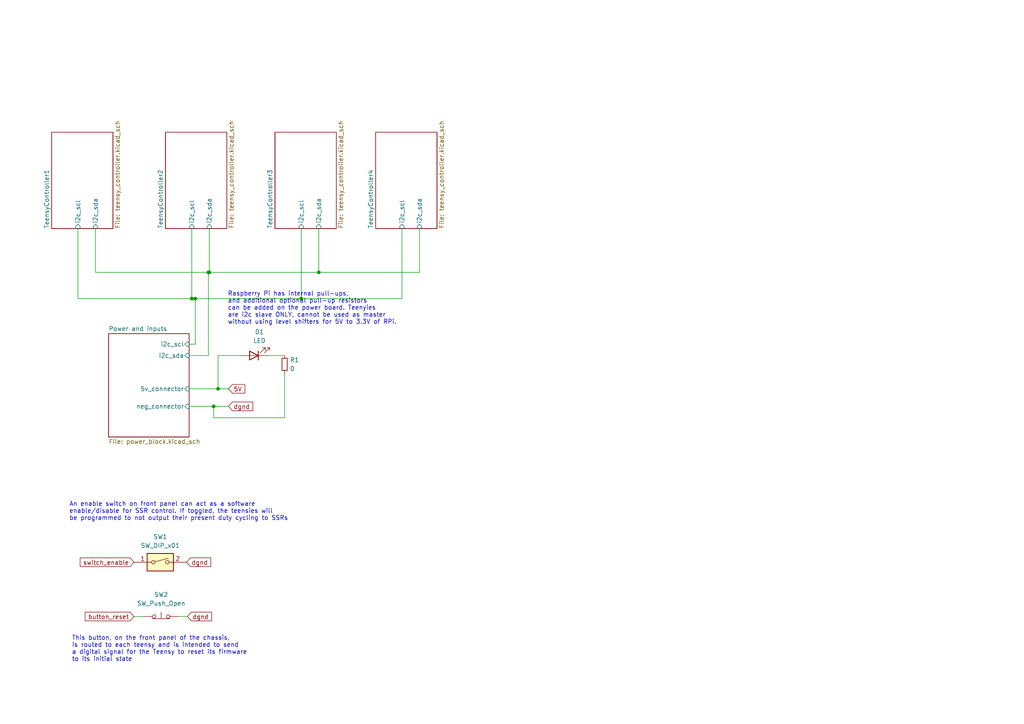
<source format=kicad_sch>
(kicad_sch (version 20211123) (generator eeschema)
  (paper "A4")
  (lib_symbols
    (symbol "Device:LED" (pin_numbers hide) (pin_names (offset 1.016) hide)
      (property "Reference" "D" (at 0 2.54 0))
      (property "Value" "LED" (at 0 -2.54 0))
      (symbol "LED_0_1"
        (polyline (pts (xy -1.27 -1.27) (xy -1.27 1.27)) (stroke (width 0.254)))
        (polyline (pts (xy -1.27 0) (xy 1.27 0)))
        (polyline (pts (xy 1.27 -1.27) (xy 1.27 1.27) (xy -1.27 0) (xy 1.27 -1.27)) (stroke (width 0.254)))
        (polyline (pts (xy -3.048 -0.762) (xy -4.572 -2.286) (xy -3.81 -2.286) (xy -4.572 -2.286) (xy -4.572 -1.524)))
        (polyline (pts (xy -1.778 -0.762) (xy -3.302 -2.286) (xy -2.54 -2.286) (xy -3.302 -2.286) (xy -3.302 -1.524)))
      )
      (symbol "LED_1_1"
        (pin passive line (at -3.81 0 0) (length 2.54) (name "K") (number "1"))
        (pin passive line (at 3.81 0 180) (length 2.54) (name "A") (number "2"))
      )
    )
    (symbol "Device:R_Small" (pin_numbers hide) (pin_names (offset 0.254) hide)
      (property "Reference" "R" (at 0.762 0.508 0))
      (property "Value" "R_Small" (at 0.762 -1.016 0))
      (symbol "R_Small_0_1"
        (rectangle (start -0.762 1.778) (end 0.762 -1.778) (stroke (width 0.2032)))
      )
      (symbol "R_Small_1_1"
        (pin passive line (at 0 2.54 270) (length 0.762) (name "~") (number "1"))
        (pin passive line (at 0 -2.54 90) (length 0.762) (name "~") (number "2"))
      )
    )
    (symbol "Switch:SW_DIP_x01" (pin_names (offset 0) hide)
      (property "Reference" "SW" (at 0 3.81 0))
      (property "Value" "SW_DIP_x01" (at 0 -3.81 0))
      (symbol "SW_DIP_x01_0_0"
        (circle (center -2.032 0) (radius 0.508))
        (polyline (pts (xy -1.524 0.127) (xy 2.3622 1.1684)))
        (circle (center 2.032 0) (radius 0.508))
      )
      (symbol "SW_DIP_x01_0_1"
        (rectangle (start -3.81 2.54) (end 3.81 -2.54) (stroke (width 0.254)) (fill (type background)))
      )
      (symbol "SW_DIP_x01_1_1"
        (pin passive line (at -7.62 0 0) (length 5.08) (name "~") (number "1"))
        (pin passive line (at 7.62 0 180) (length 5.08) (name "~") (number "2"))
      )
    )
    (symbol "Switch:SW_Push_Open" (pin_numbers hide) (pin_names (offset 1.016) hide)
      (property "Reference" "SW" (at 0 2.54 0))
      (property "Value" "SW_Push_Open" (at 0 -1.905 0))
      (symbol "SW_Push_Open_0_1"
        (circle (center -2.032 0) (radius 0.508))
        (polyline (pts (xy -2.54 -0.635) (xy 2.54 -0.635)))
        (polyline (pts (xy 0 -0.635) (xy 0 1.27)))
        (circle (center 2.032 0) (radius 0.508))
        (pin passive line (at -5.08 0 0) (length 2.54) (name "A") (number "1"))
      )
      (symbol "SW_Push_Open_1_1"
        (pin passive line (at 5.08 0 180) (length 2.54) (name "B") (number "2"))
      )
    )
  )
  (junction (at 61.976 117.856))
  (junction (at 63.246 112.776))
  (junction (at 60.706 78.994))
  (junction (at 60.452 78.994))
  (junction (at 87.376 86.614))
  (junction (at 55.626 86.614))
  (junction (at 56.642 86.614))
  (junction (at 92.456 78.994))
  (wire (pts (xy 92.456 78.994) (xy 92.456 66.294)))
  (wire (pts (xy 87.376 86.614) (xy 116.586 86.614)))
  (wire (pts (xy 56.642 86.614) (xy 56.642 99.822)))
  (wire (pts (xy 116.586 86.614) (xy 116.586 66.294)))
  (wire (pts (xy 54.864 117.856) (xy 61.976 117.856)))
  (wire (pts (xy 77.47 103.124) (xy 82.55 103.124)))
  (wire (pts (xy 54.864 112.776) (xy 63.246 112.776)))
  (wire (pts (xy 60.706 78.994) (xy 92.456 78.994)))
  (wire (pts (xy 38.862 178.816) (xy 41.656 178.816)))
  (wire (pts (xy 87.376 86.614) (xy 87.376 66.294)))
  (wire (pts (xy 82.55 108.204) (xy 82.55 121.158)))
  (wire (pts (xy 27.686 78.994) (xy 60.452 78.994)))
  (wire (pts (xy 61.976 117.856) (xy 66.294 117.856)))
  (wire (pts (xy 56.642 86.614) (xy 87.376 86.614)))
  (wire (pts (xy 54.864 99.822) (xy 56.642 99.822)))
  (wire (pts (xy 60.706 78.994) (xy 60.706 66.294)))
  (wire (pts (xy 55.626 86.614) (xy 55.626 66.294)))
  (wire (pts (xy 27.686 66.294) (xy 27.686 78.994)))
  (wire (pts (xy 51.816 178.816) (xy 54.356 178.816)))
  (wire (pts (xy 61.976 117.856) (xy 61.976 121.158)))
  (wire (pts (xy 63.246 112.776) (xy 63.246 103.124)))
  (wire (pts (xy 55.626 86.614) (xy 56.642 86.614)))
  (wire (pts (xy 22.606 86.614) (xy 55.626 86.614)))
  (wire (pts (xy 54.864 103.124) (xy 60.452 103.124)))
  (wire (pts (xy 92.456 78.994) (xy 121.666 78.994)))
  (wire (pts (xy 60.452 78.994) (xy 60.452 103.124)))
  (wire (pts (xy 60.452 78.994) (xy 60.706 78.994)))
  (wire (pts (xy 82.55 121.158) (xy 61.976 121.158)))
  (wire (pts (xy 121.666 78.994) (xy 121.666 66.294)))
  (wire (pts (xy 63.246 103.124) (xy 69.85 103.124)))
  (wire (pts (xy 22.606 66.294) (xy 22.606 86.614)))
  (wire (pts (xy 63.246 112.776) (xy 66.294 112.776)))
  (text "An enable switch on front panel can act as a software\nenable/disable for SSR control. If toggled, the teensies will\nbe programmed to not output their present duty cycling to SSRs" (at 20.066 151.13 0) (effects (font (size 1.27 1.27)) (justify left bottom)))
  (text "Raspberry Pi has internal pull-ups, \nand additional optional pull-up resistors \ncan be added on the power board. Teenyies\nare i2c slave ONLY, cannot be used as master\nwithout using level shifters for 5V to 3.3V of RPi." (at 66.04 94.234 0) (effects (font (size 1.27 1.27)) (justify left bottom)))
  (text "This button, on the front panel of the chassis, \nis routed to each teensy and is intended to send\na digital signal for the Teensy to reset its firmware\nto its initial state" (at 20.828 192.024 0) (effects (font (size 1.27 1.27)) (justify left bottom)))
  (global_label "switch_enable" (shape input) (at 38.862 163.068 180) (property "Intersheet References" "${INTERSHEET_REFS}" (effects hide)))
  (global_label "dgnd" (shape input) (at 54.102 163.068 0) (property "Intersheet References" "${INTERSHEET_REFS}" (effects hide)))
  (global_label "dgnd" (shape input) (at 66.294 117.856 0) (property "Intersheet References" "${INTERSHEET_REFS}" (effects hide)))
  (global_label "button_reset" (shape input) (at 38.862 178.816 180) (property "Intersheet References" "${INTERSHEET_REFS}" (effects hide)))
  (global_label "5V" (shape input) (at 66.294 112.776 0) (property "Intersheet References" "${INTERSHEET_REFS}" (effects hide)))
  (global_label "dgnd" (shape input) (at 54.356 178.816 0) (property "Intersheet References" "${INTERSHEET_REFS}" (effects hide)))
  (symbol (lib_id "Switch:SW_DIP_x01") (at 46.482 163.068 0) (unit 1)
    (property "Reference" "SW1" (at 46.482 155.702 0))
    (property "Value" "SW_DIP_x01" (at 46.482 158.242 0))
    (property "Footprint" "Connector_JST:JST_PH_S2B-PH-K_1x02_P2.00mm_Horizontal" (effects hide))
  )
  (symbol (lib_id "Device:LED") (at 73.66 103.124 180) (unit 1)
    (property "Reference" "D1" (at 75.2475 96.266 0))
    (property "Value" "LED" (at 75.2475 98.806 0))
    (property "Footprint" "Connector_JST:JST_PH_S2B-PH-K_1x02_P2.00mm_Horizontal" (effects hide))
  )
  (symbol (lib_id "Device:R_Small") (at 82.55 105.664 0) (unit 1)
    (property "Reference" "R1" (at 84.074 104.3939 0) (effects (justify left)))
    (property "Value" "0" (at 84.074 106.9339 0) (effects (justify left)))
    (property "Footprint" "Resistor_THT:R_Axial_DIN0207_L6.3mm_D2.5mm_P10.16mm_Horizontal" (effects hide))
  )
  (symbol (lib_id "Switch:SW_Push_Open") (at 46.736 178.816 0) (unit 1)
    (property "Reference" "SW2" (at 46.736 172.466 0))
    (property "Value" "SW_Push_Open" (at 46.736 175.006 0))
    (property "Footprint" "Connector_JST:JST_PH_S2B-PH-K_1x02_P2.00mm_Horizontal" (effects hide))
  )
  (sheet (at 48.006 38.354) (size 17.78 27.94) (stroke (width 0.1524))
    (property "Sheet name" "TeensyController2" (at 47.2944 66.294 90) (effects (justify left bottom)))
    (property "Sheet file" "teensy_controller.kicad_sch" (at 66.3706 66.294 90) (effects (justify left top)))
    (pin "i2c_scl" input (at 55.626 66.294 270))
    (pin "i2c_sda" input (at 60.706 66.294 270))
  )
  (sheet (at 31.496 96.774) (size 23.368 29.972) (stroke (width 0.1524))
    (property "Sheet name" "Power and inputs" (at 31.496 96.0624 0) (effects (justify left bottom)))
    (property "Sheet file" "power_block.kicad_sch" (at 31.496 127.3306 0) (effects (justify left top)))
    (pin "5v_connector" input (at 54.864 112.776 0))
    (pin "neg_connector" input (at 54.864 117.856 0))
    (pin "i2c_scl" input (at 54.864 99.822 0))
    (pin "i2c_sda" input (at 54.864 103.124 0))
  )
  (sheet (at 108.966 38.354) (size 17.78 27.94) (stroke (width 0.1524))
    (property "Sheet name" "TeensyController4" (at 108.2544 66.294 90) (effects (justify left bottom)))
    (property "Sheet file" "teensy_controller.kicad_sch" (at 127.3306 66.294 90) (effects (justify left top)))
    (pin "i2c_scl" input (at 116.586 66.294 270))
    (pin "i2c_sda" input (at 121.666 66.294 270))
  )
  (sheet (at 79.756 38.354) (size 17.78 27.94) (stroke (width 0.1524))
    (property "Sheet name" "TeensyController3" (at 79.0444 66.294 90) (effects (justify left bottom)))
    (property "Sheet file" "teensy_controller.kicad_sch" (at 98.1206 66.294 90) (effects (justify left top)))
    (pin "i2c_scl" input (at 87.376 66.294 270))
    (pin "i2c_sda" input (at 92.456 66.294 270))
  )
  (sheet (at 14.986 38.354) (size 17.78 27.94) (stroke (width 0.1524))
    (property "Sheet name" "TeensyController1" (at 14.2744 66.294 90) (effects (justify left bottom)))
    (property "Sheet file" "teensy_controller.kicad_sch" (at 33.3506 66.294 90) (effects (justify left top)))
    (pin "i2c_scl" input (at 22.606 66.294 270))
    (pin "i2c_sda" input (at 27.686 66.294 270))
  )
)
</source>
